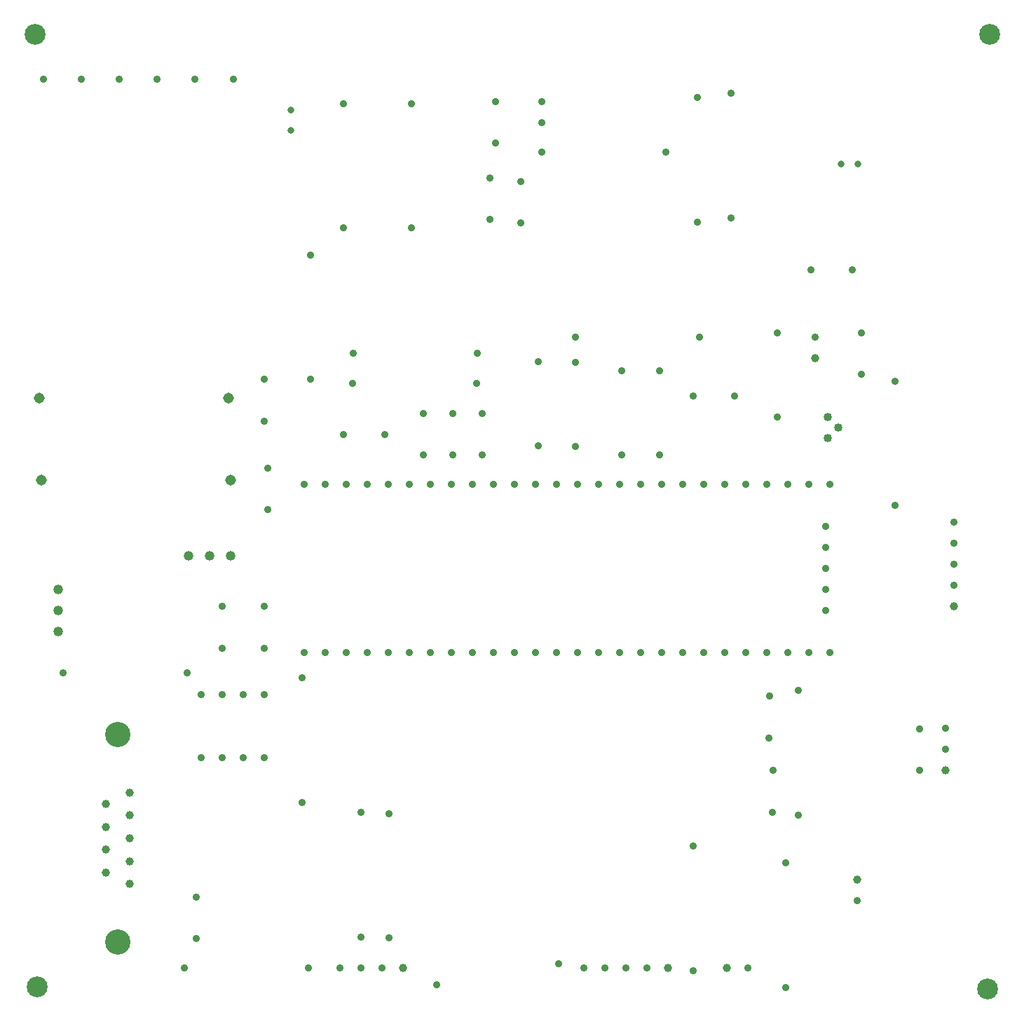
<source format=gbr>
G04 Generated by Ultiboard 13.0 *
%FSLAX34Y34*%
%MOMM*%

%ADD11C,3.0480*%
%ADD12C,1.0000*%
%ADD13C,0.8890*%
%ADD14C,1.0160*%
%ADD15C,0.9949*%
%ADD16C,1.1854*%
%ADD17C,1.3124*%
%ADD18C,2.5080*%
%ADD19C,0.9000*%
%ADD20C,1.1810*%
%ADD21C,0.8000*%


G04 ColorRGB 000000 for the following layer *
%LNDrill-Copper Top-Copper Bottom*%
%LPD*%
G54D11*
X407416Y246380D03*
X407416Y-3556D03*
G54D12*
X421640Y66040D03*
X421640Y93726D03*
X421640Y121412D03*
X421640Y149098D03*
X421640Y176784D03*
X393192Y79883D03*
X393192Y107569D03*
X393192Y135255D03*
X393192Y162941D03*
G54D13*
X632460Y548640D03*
X657860Y548640D03*
X683260Y548640D03*
X708660Y548640D03*
X734060Y548640D03*
X759460Y548640D03*
X784860Y548640D03*
X810260Y548640D03*
X835660Y548640D03*
X861060Y548640D03*
X886460Y548640D03*
X911860Y548640D03*
X937260Y548640D03*
X962660Y548640D03*
X988060Y548640D03*
X1013460Y548640D03*
X1038860Y548640D03*
X1064260Y548640D03*
X1089660Y548640D03*
X1115060Y548640D03*
X1140460Y548640D03*
X1165860Y548640D03*
X1191260Y548640D03*
X1242060Y548640D03*
X1262380Y497840D03*
X1262380Y472440D03*
X1262380Y447040D03*
X1262380Y421640D03*
X632460Y345440D03*
X657860Y345440D03*
X683260Y345440D03*
X708660Y345440D03*
X734060Y345440D03*
X759460Y345440D03*
X784860Y345440D03*
X810260Y345440D03*
X835660Y345440D03*
X861060Y345440D03*
X886460Y345440D03*
X911860Y345440D03*
X937260Y345440D03*
X962660Y345440D03*
X988060Y345440D03*
X1013460Y345440D03*
X1038860Y345440D03*
X1064260Y345440D03*
X1089660Y345440D03*
X1115060Y345440D03*
X1140460Y345440D03*
X1165860Y345440D03*
X1191260Y345440D03*
X1262380Y396240D03*
X1216660Y345440D03*
X1242060Y345440D03*
X1267460Y345440D03*
X1267460Y548640D03*
X1216660Y548640D03*
X584200Y350520D03*
X584200Y401320D03*
X533400Y350520D03*
X533400Y401320D03*
X701040Y-35560D03*
X726440Y-35560D03*
X675640Y-35560D03*
X1046480Y-35560D03*
X1021080Y-35560D03*
X970280Y-35560D03*
X995680Y-35560D03*
X1168400Y-35560D03*
X1300480Y45720D03*
X1249680Y726440D03*
X409307Y1038109D03*
X455205Y1038109D03*
X501104Y1038109D03*
X547003Y1038109D03*
X317509Y1038109D03*
X1417320Y426720D03*
X1417320Y452120D03*
X1417320Y502920D03*
X1417320Y477520D03*
X1407160Y228600D03*
X1407160Y254000D03*
X363408Y1038109D03*
X508000Y218440D03*
X533400Y218440D03*
X558800Y218440D03*
X584200Y218440D03*
X508000Y294640D03*
X533400Y294640D03*
X558800Y294640D03*
X584200Y294640D03*
G54D14*
X1264920Y604520D03*
X1277620Y617220D03*
X1264920Y629920D03*
G54D15*
X751840Y-35560D03*
X1071880Y-35560D03*
X1143000Y-35560D03*
X1300480Y71120D03*
X1249680Y701040D03*
X1417320Y401320D03*
X1407160Y203200D03*
G54D16*
X335280Y370840D03*
X335280Y421640D03*
X335280Y396240D03*
G54D17*
X541123Y652883D03*
X312523Y652883D03*
X543560Y553720D03*
X314960Y553720D03*
G54D18*
X309880Y-58420D03*
X1457960Y-60960D03*
X1460500Y1092200D03*
X307340Y1092200D03*
G54D19*
X588780Y568160D03*
X588780Y518160D03*
X1102360Y-38240D03*
X1102360Y111760D03*
X960120Y594360D03*
X960120Y695960D03*
X915498Y696820D03*
X915498Y595220D03*
X1016000Y685800D03*
X1016000Y584200D03*
X1061720Y584200D03*
X1061720Y685800D03*
X1152360Y655820D03*
X1102360Y655820D03*
X1198880Y203200D03*
X1198380Y152400D03*
X1229360Y149720D03*
X1229360Y299720D03*
X1194800Y293640D03*
X1194300Y242840D03*
X847860Y634200D03*
X847860Y584200D03*
X812300Y634200D03*
X812300Y584200D03*
X776740Y634200D03*
X776740Y584200D03*
X840880Y670560D03*
X690880Y670560D03*
X692230Y707470D03*
X842230Y707470D03*
X730120Y608700D03*
X680120Y608700D03*
X491710Y321090D03*
X341710Y321090D03*
X940201Y-29833D03*
X792480Y-55880D03*
X1306060Y681520D03*
X1306060Y731520D03*
X637680Y-35560D03*
X487680Y-35560D03*
X502420Y50000D03*
X502420Y0D03*
X701040Y2400D03*
X701040Y152400D03*
X735250Y1350D03*
X735250Y151350D03*
X1203960Y629920D03*
X1203960Y731520D03*
X960120Y726740D03*
X1110120Y726740D03*
X1214120Y-58560D03*
X1214120Y91440D03*
X629920Y164960D03*
X629920Y314960D03*
X1346200Y673240D03*
X1346200Y523240D03*
X1376180Y253200D03*
X1376180Y203200D03*
X640080Y825640D03*
X640080Y675640D03*
X857020Y868680D03*
X857020Y918680D03*
X680420Y858520D03*
X680420Y1008520D03*
X762000Y1008520D03*
X762000Y858520D03*
X1107440Y866000D03*
X1107440Y1016000D03*
X1148080Y871080D03*
X1148080Y1021080D03*
X1069480Y949960D03*
X919480Y949960D03*
X864100Y960920D03*
X864100Y1010920D03*
X919480Y985920D03*
X919480Y1010920D03*
X894580Y864400D03*
X894580Y914400D03*
X584200Y624840D03*
X584700Y675640D03*
X1294600Y808220D03*
X1244600Y808220D03*
G54D20*
X492760Y462280D03*
X518160Y462280D03*
X543560Y462280D03*
G54D21*
X616680Y1001260D03*
X616680Y976260D03*
X1301320Y935880D03*
X1281320Y935880D03*

M02*

</source>
